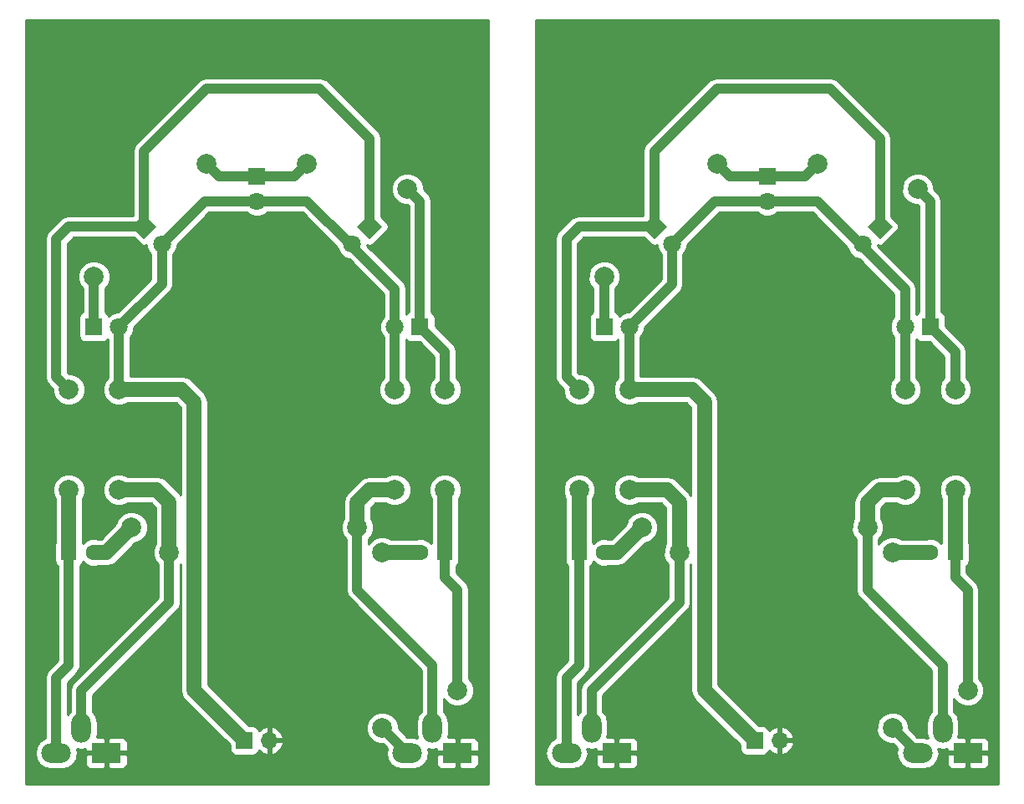
<source format=gtl>
G04 #@! TF.FileFunction,Copper,L1,Top,Signal*
%FSLAX46Y46*%
G04 Gerber Fmt 4.6, Leading zero omitted, Abs format (unit mm)*
G04 Created by KiCad (PCBNEW 4.0.4-stable) date 05/16/17 12:01:04*
%MOMM*%
%LPD*%
G01*
G04 APERTURE LIST*
%ADD10C,0.100000*%
%ADD11C,1.800000*%
%ADD12R,1.800000X1.800000*%
%ADD13O,2.000000X3.000000*%
%ADD14R,3.000000X2.000000*%
%ADD15O,3.000000X2.000000*%
%ADD16C,1.998980*%
%ADD17R,1.600000X1.600000*%
%ADD18C,1.600000*%
%ADD19R,1.700000X1.700000*%
%ADD20O,1.700000X1.700000*%
%ADD21C,2.000000*%
%ADD22C,1.000000*%
%ADD23C,1.500000*%
%ADD24C,0.254000*%
G04 APERTURE END LIST*
D10*
G36*
X-70230772Y33024160D02*
X-68957980Y34296952D01*
X-67685188Y33024160D01*
X-68957980Y31751368D01*
X-70230772Y33024160D01*
X-70230772Y33024160D01*
G37*
D11*
X-67161929Y31228109D03*
D10*
G36*
X-46097980Y34296952D02*
X-44825188Y33024160D01*
X-46097980Y31751368D01*
X-47370772Y33024160D01*
X-46097980Y34296952D01*
X-46097980Y34296952D01*
G37*
D11*
X-47894031Y31228109D03*
D12*
X-74037980Y22864160D03*
D11*
X-71497980Y22864160D03*
D12*
X-57527980Y38104160D03*
D11*
X-57527980Y35564160D03*
D12*
X-41017980Y22864160D03*
D11*
X-43557980Y22864160D03*
D13*
X-75307980Y-17775840D03*
D14*
X-72767980Y-20315840D03*
D15*
X-77847980Y-20315840D03*
D13*
X-39747980Y-17775840D03*
D14*
X-37207980Y-20315840D03*
D15*
X-42287980Y-20315840D03*
D16*
X-76577980Y16514160D03*
X-76577980Y6354160D03*
X-38477980Y16514160D03*
X-38477980Y6354160D03*
X-71497980Y16514160D03*
X-71497980Y6354160D03*
X-43557980Y16514160D03*
X-43557980Y6354160D03*
D17*
X-76577980Y4160D03*
D18*
X-74077980Y4160D03*
D17*
X-38477980Y4160D03*
D18*
X-40977980Y4160D03*
D19*
X-58797980Y-19045840D03*
D20*
X-56257980Y-19045840D03*
D10*
G36*
X-121921432Y33025980D02*
X-120648640Y34298772D01*
X-119375848Y33025980D01*
X-120648640Y31753188D01*
X-121921432Y33025980D01*
X-121921432Y33025980D01*
G37*
D11*
X-118852589Y31229929D03*
D10*
G36*
X-97788640Y34298772D02*
X-96515848Y33025980D01*
X-97788640Y31753188D01*
X-99061432Y33025980D01*
X-97788640Y34298772D01*
X-97788640Y34298772D01*
G37*
D11*
X-99584691Y31229929D03*
D12*
X-125728640Y22865980D03*
D11*
X-123188640Y22865980D03*
D12*
X-109218640Y38105980D03*
D11*
X-109218640Y35565980D03*
D12*
X-92708640Y22865980D03*
D11*
X-95248640Y22865980D03*
D13*
X-126998640Y-17774020D03*
D14*
X-124458640Y-20314020D03*
D15*
X-129538640Y-20314020D03*
D13*
X-91438640Y-17774020D03*
D14*
X-88898640Y-20314020D03*
D15*
X-93978640Y-20314020D03*
D16*
X-128268640Y16515980D03*
X-128268640Y6355980D03*
X-90168640Y16515980D03*
X-90168640Y6355980D03*
X-123188640Y16515980D03*
X-123188640Y6355980D03*
X-95248640Y16515980D03*
X-95248640Y6355980D03*
D17*
X-128268640Y5980D03*
D18*
X-125768640Y5980D03*
D17*
X-90168640Y5980D03*
D18*
X-92668640Y5980D03*
D19*
X-110488640Y-19044020D03*
D20*
X-107948640Y-19044020D03*
D21*
X-42287980Y36834160D03*
X-52447980Y39374160D03*
X-62607980Y39374160D03*
X-74037980Y27944160D03*
X-93978640Y36835980D03*
X-104138640Y39375980D03*
X-114298640Y39375980D03*
X-125728640Y27945980D03*
X-66417980Y4160D03*
X-44827980Y4160D03*
X-118108640Y5980D03*
X-96518640Y5980D03*
X-47367980Y2544160D03*
X-70227980Y2544160D03*
X-99058640Y2545980D03*
X-121918640Y2545980D03*
X-37207980Y-13965840D03*
X-44827980Y-17775840D03*
X-88898640Y-13964020D03*
X-96518640Y-17774020D03*
D22*
X-57527980Y38104160D02*
X-53717980Y38104160D01*
X-41017980Y35564160D02*
X-41017980Y22864160D01*
X-42287980Y36834160D02*
X-41017980Y35564160D01*
X-53717980Y38104160D02*
X-52447980Y39374160D01*
X-74037980Y22864160D02*
X-74037980Y27944160D01*
X-61337980Y38104160D02*
X-57527980Y38104160D01*
X-62607980Y39374160D02*
X-61337980Y38104160D01*
X-41017980Y22864160D02*
X-38477980Y20324160D01*
X-38477980Y20324160D02*
X-38477980Y16514160D01*
X-109218640Y38105980D02*
X-105408640Y38105980D01*
X-92708640Y35565980D02*
X-92708640Y22865980D01*
X-93978640Y36835980D02*
X-92708640Y35565980D01*
X-105408640Y38105980D02*
X-104138640Y39375980D01*
X-125728640Y22865980D02*
X-125728640Y27945980D01*
X-113028640Y38105980D02*
X-109218640Y38105980D01*
X-114298640Y39375980D02*
X-113028640Y38105980D01*
X-92708640Y22865980D02*
X-90168640Y20325980D01*
X-90168640Y20325980D02*
X-90168640Y16515980D01*
X-57527980Y35564160D02*
X-62825878Y35564160D01*
X-62825878Y35564160D02*
X-67161929Y31228109D01*
X-47894031Y31228109D02*
X-48111929Y31228109D01*
X-48111929Y31228109D02*
X-52447980Y35564160D01*
X-52447980Y35564160D02*
X-57527980Y35564160D01*
X-43557980Y16514160D02*
X-43557980Y22864160D01*
X-43557980Y22864160D02*
X-43557980Y26674160D01*
X-43557980Y26674160D02*
X-47894031Y31010211D01*
X-47894031Y31010211D02*
X-47894031Y31228109D01*
X-71497980Y16514160D02*
X-71497980Y22864160D01*
X-71497980Y22864160D02*
X-67161929Y27200211D01*
X-67161929Y27200211D02*
X-67161929Y31228109D01*
D23*
X-71497980Y16514160D02*
X-65147980Y16514160D01*
X-63877980Y-13965840D02*
X-58797980Y-19045840D01*
X-63877980Y15244160D02*
X-63877980Y-13965840D01*
X-65147980Y16514160D02*
X-63877980Y15244160D01*
D22*
X-109218640Y35565980D02*
X-114516538Y35565980D01*
X-114516538Y35565980D02*
X-118852589Y31229929D01*
X-99584691Y31229929D02*
X-99802589Y31229929D01*
X-99802589Y31229929D02*
X-104138640Y35565980D01*
X-104138640Y35565980D02*
X-109218640Y35565980D01*
X-95248640Y16515980D02*
X-95248640Y22865980D01*
X-95248640Y22865980D02*
X-95248640Y26675980D01*
X-95248640Y26675980D02*
X-99584691Y31012031D01*
X-99584691Y31012031D02*
X-99584691Y31229929D01*
X-123188640Y16515980D02*
X-123188640Y22865980D01*
X-123188640Y22865980D02*
X-118852589Y27202031D01*
X-118852589Y27202031D02*
X-118852589Y31229929D01*
D23*
X-123188640Y16515980D02*
X-116838640Y16515980D01*
X-115568640Y-13964020D02*
X-110488640Y-19044020D01*
X-115568640Y15245980D02*
X-115568640Y-13964020D01*
X-116838640Y16515980D02*
X-115568640Y15245980D01*
D22*
X-76577980Y16514160D02*
X-77847980Y17784160D01*
X-76577980Y33024160D02*
X-68957980Y33024160D01*
X-77847980Y31754160D02*
X-76577980Y33024160D01*
X-77847980Y17784160D02*
X-77847980Y31754160D01*
X-68957980Y33024160D02*
X-68957980Y40644160D01*
X-68957980Y40644160D02*
X-62607980Y46994160D01*
X-62607980Y46994160D02*
X-51177980Y46994160D01*
X-51177980Y46994160D02*
X-46097980Y41914160D01*
X-46097980Y41914160D02*
X-46097980Y33024160D01*
X-128268640Y16515980D02*
X-129538640Y17785980D01*
X-128268640Y33025980D02*
X-120648640Y33025980D01*
X-129538640Y31755980D02*
X-128268640Y33025980D01*
X-129538640Y17785980D02*
X-129538640Y31755980D01*
X-120648640Y33025980D02*
X-120648640Y40645980D01*
X-120648640Y40645980D02*
X-114298640Y46995980D01*
X-114298640Y46995980D02*
X-102868640Y46995980D01*
X-102868640Y46995980D02*
X-97788640Y41915980D01*
X-97788640Y41915980D02*
X-97788640Y33025980D01*
X-75307980Y-17775840D02*
X-75307980Y-13965840D01*
X-66417980Y-5075840D02*
X-66417980Y4160D01*
X-75307980Y-13965840D02*
X-66417980Y-5075840D01*
D23*
X-40977980Y4160D02*
X-44827980Y4160D01*
X-71497980Y6354160D02*
X-67687980Y6354160D01*
X-66417980Y5084160D02*
X-66417980Y4160D01*
X-67687980Y6354160D02*
X-66417980Y5084160D01*
D22*
X-126998640Y-17774020D02*
X-126998640Y-13964020D01*
X-118108640Y-5074020D02*
X-118108640Y5980D01*
X-126998640Y-13964020D02*
X-118108640Y-5074020D01*
D23*
X-92668640Y5980D02*
X-96518640Y5980D01*
X-123188640Y6355980D02*
X-119378640Y6355980D01*
X-118108640Y5085980D02*
X-118108640Y5980D01*
X-119378640Y6355980D02*
X-118108640Y5085980D01*
D22*
X-76577980Y4160D02*
X-76577980Y-11425840D01*
X-77847980Y-12695840D02*
X-77847980Y-20315840D01*
X-76577980Y-11425840D02*
X-77847980Y-12695840D01*
D23*
X-76577980Y4160D02*
X-76577980Y6354160D01*
D22*
X-128268640Y5980D02*
X-128268640Y-11424020D01*
X-129538640Y-12694020D02*
X-129538640Y-20314020D01*
X-128268640Y-11424020D02*
X-129538640Y-12694020D01*
D23*
X-128268640Y5980D02*
X-128268640Y6355980D01*
D22*
X-39747980Y-17775840D02*
X-39747980Y-11425840D01*
X-47367980Y-3805840D02*
X-47367980Y2544160D01*
X-39747980Y-11425840D02*
X-47367980Y-3805840D01*
D23*
X-74077980Y4160D02*
X-72767980Y4160D01*
X-72767980Y4160D02*
X-70227980Y2544160D01*
X-43557980Y6354160D02*
X-46097980Y6354160D01*
X-47367980Y5084160D02*
X-47367980Y2544160D01*
X-46097980Y6354160D02*
X-47367980Y5084160D01*
D22*
X-91438640Y-17774020D02*
X-91438640Y-11424020D01*
X-99058640Y-3804020D02*
X-99058640Y2545980D01*
X-91438640Y-11424020D02*
X-99058640Y-3804020D01*
D23*
X-125768640Y5980D02*
X-124458640Y5980D01*
X-124458640Y5980D02*
X-121918640Y2545980D01*
X-95248640Y6355980D02*
X-97788640Y6355980D01*
X-99058640Y5085980D02*
X-99058640Y2545980D01*
X-97788640Y6355980D02*
X-99058640Y5085980D01*
D22*
X-42287980Y-20315840D02*
X-44827980Y-17775840D01*
X-38477980Y-2535840D02*
X-38477980Y4160D01*
X-37207980Y-3805840D02*
X-38477980Y-2535840D01*
X-37207980Y-13965840D02*
X-37207980Y-3805840D01*
D23*
X-38477980Y4160D02*
X-38477980Y6354160D01*
D22*
X-93978640Y-20314020D02*
X-96518640Y-17774020D01*
X-90168640Y-2534020D02*
X-90168640Y5980D01*
X-88898640Y-3804020D02*
X-90168640Y-2534020D01*
X-88898640Y-13964020D02*
X-88898640Y-3804020D01*
D23*
X-90168640Y5980D02*
X-90168640Y6355980D01*
D24*
G36*
X-34107980Y-23415840D02*
X-80947980Y-23415840D01*
X-80947980Y-20315840D01*
X-80024807Y-20315840D01*
X-79900350Y-20941527D01*
X-79545927Y-21471960D01*
X-79015494Y-21826383D01*
X-78389807Y-21950840D01*
X-77306153Y-21950840D01*
X-76680466Y-21826383D01*
X-76150033Y-21471960D01*
X-75795610Y-20941527D01*
X-75727993Y-20601590D01*
X-74902980Y-20601590D01*
X-74902980Y-21442149D01*
X-74806307Y-21675538D01*
X-74627679Y-21854167D01*
X-74394290Y-21950840D01*
X-73053730Y-21950840D01*
X-72894980Y-21792090D01*
X-72894980Y-20442840D01*
X-72640980Y-20442840D01*
X-72640980Y-21792090D01*
X-72482230Y-21950840D01*
X-71141670Y-21950840D01*
X-70908281Y-21854167D01*
X-70729653Y-21675538D01*
X-70632980Y-21442149D01*
X-70632980Y-20601590D01*
X-70791730Y-20442840D01*
X-72640980Y-20442840D01*
X-72894980Y-20442840D01*
X-74744230Y-20442840D01*
X-74902980Y-20601590D01*
X-75727993Y-20601590D01*
X-75671153Y-20315840D01*
X-75761330Y-19862490D01*
X-75307980Y-19952667D01*
X-74902980Y-19872107D01*
X-74902980Y-20030090D01*
X-74744230Y-20188840D01*
X-72894980Y-20188840D01*
X-72894980Y-18839590D01*
X-72640980Y-18839590D01*
X-72640980Y-20188840D01*
X-70791730Y-20188840D01*
X-70632980Y-20030090D01*
X-70632980Y-19189531D01*
X-70729653Y-18956142D01*
X-70908281Y-18777513D01*
X-71141670Y-18680840D01*
X-72482230Y-18680840D01*
X-72640980Y-18839590D01*
X-72894980Y-18839590D01*
X-73053730Y-18680840D01*
X-73745220Y-18680840D01*
X-73672980Y-18317667D01*
X-73672980Y-17234013D01*
X-73797437Y-16608326D01*
X-74151860Y-16077893D01*
X-74172980Y-16063781D01*
X-74172980Y-14435972D01*
X-65615413Y-5878406D01*
X-65369376Y-5510185D01*
X-65282980Y-5075840D01*
X-65282980Y-1173044D01*
X-65262980Y-1153079D01*
X-65262980Y-13965840D01*
X-65157553Y-14495857D01*
X-64893672Y-14890783D01*
X-64857323Y-14945183D01*
X-60295420Y-19507086D01*
X-60295420Y-19895840D01*
X-60251142Y-20131157D01*
X-60112070Y-20347281D01*
X-59899870Y-20492271D01*
X-59647980Y-20543280D01*
X-57947980Y-20543280D01*
X-57712663Y-20499002D01*
X-57496539Y-20359930D01*
X-57351549Y-20147730D01*
X-57329679Y-20039733D01*
X-57024904Y-20317485D01*
X-56614870Y-20487316D01*
X-56384980Y-20365995D01*
X-56384980Y-19172840D01*
X-56130980Y-19172840D01*
X-56130980Y-20365995D01*
X-55901090Y-20487316D01*
X-55491056Y-20317485D01*
X-55062797Y-19927198D01*
X-54816494Y-19402732D01*
X-54937161Y-19172840D01*
X-56130980Y-19172840D01*
X-56384980Y-19172840D01*
X-56404980Y-19172840D01*
X-56404980Y-18918840D01*
X-56384980Y-18918840D01*
X-56384980Y-17725685D01*
X-56130980Y-17725685D01*
X-56130980Y-18918840D01*
X-54937161Y-18918840D01*
X-54816494Y-18688948D01*
X-55062797Y-18164482D01*
X-55491056Y-17774195D01*
X-55901090Y-17604364D01*
X-56130980Y-17725685D01*
X-56384980Y-17725685D01*
X-56614870Y-17604364D01*
X-57024904Y-17774195D01*
X-57327917Y-18050341D01*
X-57344818Y-17960523D01*
X-57483890Y-17744399D01*
X-57696090Y-17599409D01*
X-57947980Y-17548400D01*
X-58336734Y-17548400D01*
X-62492980Y-13392154D01*
X-62492980Y2220365D01*
X-49003264Y2220365D01*
X-48754874Y1619217D01*
X-48502980Y1366882D01*
X-48502980Y-3805840D01*
X-48416583Y-4240186D01*
X-48170546Y-4608406D01*
X-40882980Y-11895972D01*
X-40882980Y-16063781D01*
X-40904100Y-16077893D01*
X-41258523Y-16608326D01*
X-41382980Y-17234013D01*
X-41382980Y-18317667D01*
X-41292803Y-18771017D01*
X-41746153Y-18680840D01*
X-42317847Y-18680840D01*
X-43193005Y-17805683D01*
X-43192696Y-17452045D01*
X-43441086Y-16850897D01*
X-43900617Y-16390562D01*
X-44501332Y-16141124D01*
X-45151775Y-16140556D01*
X-45752923Y-16388946D01*
X-46213258Y-16848477D01*
X-46462696Y-17449192D01*
X-46463264Y-18099635D01*
X-46214874Y-18700783D01*
X-45755343Y-19161118D01*
X-45154628Y-19410556D01*
X-44798085Y-19410867D01*
X-44369957Y-19838996D01*
X-44464807Y-20315840D01*
X-44340350Y-20941527D01*
X-43985927Y-21471960D01*
X-43455494Y-21826383D01*
X-42829807Y-21950840D01*
X-41746153Y-21950840D01*
X-41120466Y-21826383D01*
X-40590033Y-21471960D01*
X-40235610Y-20941527D01*
X-40167993Y-20601590D01*
X-39342980Y-20601590D01*
X-39342980Y-21442149D01*
X-39246307Y-21675538D01*
X-39067679Y-21854167D01*
X-38834290Y-21950840D01*
X-37493730Y-21950840D01*
X-37334980Y-21792090D01*
X-37334980Y-20442840D01*
X-37080980Y-20442840D01*
X-37080980Y-21792090D01*
X-36922230Y-21950840D01*
X-35581670Y-21950840D01*
X-35348281Y-21854167D01*
X-35169653Y-21675538D01*
X-35072980Y-21442149D01*
X-35072980Y-20601590D01*
X-35231730Y-20442840D01*
X-37080980Y-20442840D01*
X-37334980Y-20442840D01*
X-39184230Y-20442840D01*
X-39342980Y-20601590D01*
X-40167993Y-20601590D01*
X-40111153Y-20315840D01*
X-40201330Y-19862490D01*
X-39747980Y-19952667D01*
X-39342980Y-19872107D01*
X-39342980Y-20030090D01*
X-39184230Y-20188840D01*
X-37334980Y-20188840D01*
X-37334980Y-18839590D01*
X-37080980Y-18839590D01*
X-37080980Y-20188840D01*
X-35231730Y-20188840D01*
X-35072980Y-20030090D01*
X-35072980Y-19189531D01*
X-35169653Y-18956142D01*
X-35348281Y-18777513D01*
X-35581670Y-18680840D01*
X-36922230Y-18680840D01*
X-37080980Y-18839590D01*
X-37334980Y-18839590D01*
X-37493730Y-18680840D01*
X-38185220Y-18680840D01*
X-38112980Y-18317667D01*
X-38112980Y-17234013D01*
X-38237437Y-16608326D01*
X-38591860Y-16077893D01*
X-38612980Y-16063781D01*
X-38612980Y-14846963D01*
X-38594874Y-14890783D01*
X-38135343Y-15351118D01*
X-37534628Y-15600556D01*
X-36884185Y-15601124D01*
X-36283037Y-15352734D01*
X-35822702Y-14893203D01*
X-35573264Y-14292488D01*
X-35572696Y-13642045D01*
X-35821086Y-13040897D01*
X-36072980Y-12788562D01*
X-36072980Y-3805840D01*
X-36159377Y-3371494D01*
X-36405414Y-3003274D01*
X-37342980Y-2065708D01*
X-37342980Y-1334858D01*
X-37226539Y-1259930D01*
X-37081549Y-1047730D01*
X-37030540Y-795840D01*
X-37030540Y804160D01*
X-37074818Y1039477D01*
X-37092980Y1067702D01*
X-37092980Y5427458D01*
X-36843774Y6027613D01*
X-36843206Y6677854D01*
X-37091518Y7278815D01*
X-37550907Y7739006D01*
X-38151433Y7988366D01*
X-38801674Y7988934D01*
X-39402635Y7740622D01*
X-39862826Y7281233D01*
X-40112186Y6680707D01*
X-40112754Y6030466D01*
X-39864442Y5429505D01*
X-39862980Y5428040D01*
X-39862980Y1072780D01*
X-39874411Y1056050D01*
X-39895660Y951119D01*
X-40164057Y1219984D01*
X-40691289Y1438910D01*
X-41262167Y1439408D01*
X-41383777Y1389160D01*
X-43900339Y1389160D01*
X-43900617Y1389438D01*
X-44501332Y1638876D01*
X-45151775Y1639444D01*
X-45752923Y1391054D01*
X-46213258Y931523D01*
X-46232980Y884027D01*
X-46232980Y1366956D01*
X-45982702Y1616797D01*
X-45733264Y2217512D01*
X-45732696Y2867955D01*
X-45981086Y3469103D01*
X-45982980Y3471000D01*
X-45982980Y4510474D01*
X-45524294Y4969160D01*
X-44484682Y4969160D01*
X-43884527Y4719954D01*
X-43234286Y4719386D01*
X-42633325Y4967698D01*
X-42173134Y5427087D01*
X-41923774Y6027613D01*
X-41923206Y6677854D01*
X-42171518Y7278815D01*
X-42630907Y7739006D01*
X-43231433Y7988366D01*
X-43881674Y7988934D01*
X-44482635Y7740622D01*
X-44484100Y7739160D01*
X-46097980Y7739160D01*
X-46627997Y7633733D01*
X-47077323Y7333503D01*
X-48347323Y6063503D01*
X-48647553Y5614177D01*
X-48752980Y5084160D01*
X-48752980Y3471801D01*
X-48753258Y3471523D01*
X-49002696Y2870808D01*
X-49003264Y2220365D01*
X-62492980Y2220365D01*
X-62492980Y15244160D01*
X-62598407Y15774177D01*
X-62898637Y16223503D01*
X-64168637Y17493503D01*
X-64617963Y17793733D01*
X-65147980Y17899160D01*
X-70362980Y17899160D01*
X-70362980Y21828255D01*
X-70197429Y21993517D01*
X-69963247Y22557490D01*
X-69963041Y22793967D01*
X-66359363Y26397645D01*
X-66251628Y26558882D01*
X-66113326Y26765865D01*
X-66026929Y27200211D01*
X-66026929Y30192204D01*
X-65861378Y30357466D01*
X-65627196Y30921439D01*
X-65626990Y31157916D01*
X-62355746Y34429160D01*
X-58563885Y34429160D01*
X-58398623Y34263609D01*
X-57834650Y34029427D01*
X-57223989Y34028895D01*
X-56659609Y34262092D01*
X-56492249Y34429160D01*
X-52918112Y34429160D01*
X-49429282Y30940330D01*
X-49429296Y30924118D01*
X-49196099Y30359738D01*
X-48764674Y29927558D01*
X-48200701Y29693376D01*
X-48182312Y29693360D01*
X-44692980Y26204028D01*
X-44692980Y23900065D01*
X-44858531Y23734803D01*
X-45092713Y23170830D01*
X-45093245Y22560169D01*
X-44860048Y21995789D01*
X-44692980Y21828429D01*
X-44692980Y17690644D01*
X-44942826Y17441233D01*
X-45192186Y16840707D01*
X-45192754Y16190466D01*
X-44944442Y15589505D01*
X-44485053Y15129314D01*
X-43884527Y14879954D01*
X-43234286Y14879386D01*
X-42633325Y15127698D01*
X-42173134Y15587087D01*
X-41923774Y16187613D01*
X-41923206Y16837854D01*
X-42171518Y17438815D01*
X-42422980Y17690716D01*
X-42422980Y21576295D01*
X-42382070Y21512719D01*
X-42169870Y21367729D01*
X-41917980Y21316720D01*
X-41075672Y21316720D01*
X-39612980Y19854027D01*
X-39612980Y17690644D01*
X-39862826Y17441233D01*
X-40112186Y16840707D01*
X-40112754Y16190466D01*
X-39864442Y15589505D01*
X-39405053Y15129314D01*
X-38804527Y14879954D01*
X-38154286Y14879386D01*
X-37553325Y15127698D01*
X-37093134Y15587087D01*
X-36843774Y16187613D01*
X-36843206Y16837854D01*
X-37091518Y17438815D01*
X-37342980Y17690716D01*
X-37342980Y20324160D01*
X-37429377Y20758506D01*
X-37675414Y21126727D01*
X-39470540Y22921852D01*
X-39470540Y23764160D01*
X-39514818Y23999477D01*
X-39653890Y24215601D01*
X-39866090Y24360591D01*
X-39882980Y24364011D01*
X-39882980Y35564160D01*
X-39969377Y35998506D01*
X-40215414Y36366726D01*
X-40653005Y36804317D01*
X-40652696Y37157955D01*
X-40901086Y37759103D01*
X-41360617Y38219438D01*
X-41961332Y38468876D01*
X-42611775Y38469444D01*
X-43212923Y38221054D01*
X-43673258Y37761523D01*
X-43922696Y37160808D01*
X-43923264Y36510365D01*
X-43674874Y35909217D01*
X-43215343Y35448882D01*
X-42614628Y35199444D01*
X-42258085Y35199133D01*
X-42152980Y35094028D01*
X-42152980Y24367382D01*
X-42153297Y24367322D01*
X-42369421Y24228250D01*
X-42422980Y24149864D01*
X-42422980Y26674160D01*
X-42509377Y27108506D01*
X-42755414Y27476726D01*
X-46359159Y31080471D01*
X-46359091Y31159161D01*
X-46358086Y31158474D01*
X-46106924Y31103990D01*
X-45854353Y31151514D01*
X-45640171Y31293559D01*
X-44367379Y32566351D01*
X-44232294Y32764054D01*
X-44177810Y33015216D01*
X-44225334Y33267787D01*
X-44367379Y33481969D01*
X-44962980Y34077570D01*
X-44962980Y41914160D01*
X-45049377Y42348506D01*
X-45295414Y42716726D01*
X-50375414Y47796726D01*
X-50743634Y48042763D01*
X-51177980Y48129160D01*
X-62607980Y48129160D01*
X-63042326Y48042763D01*
X-63410546Y47796726D01*
X-69760546Y41446726D01*
X-70006583Y41078506D01*
X-70092980Y40644160D01*
X-70092980Y34159160D01*
X-76577980Y34159160D01*
X-77012326Y34072763D01*
X-77380546Y33826726D01*
X-78650546Y32556726D01*
X-78896583Y32188506D01*
X-78982980Y31754160D01*
X-78982980Y17784160D01*
X-78896583Y17349814D01*
X-78874474Y17316726D01*
X-78650546Y16981594D01*
X-78212446Y16543494D01*
X-78212754Y16190466D01*
X-77964442Y15589505D01*
X-77505053Y15129314D01*
X-76904527Y14879954D01*
X-76254286Y14879386D01*
X-75653325Y15127698D01*
X-75193134Y15587087D01*
X-74943774Y16187613D01*
X-74943206Y16837854D01*
X-75191518Y17438815D01*
X-75650907Y17899006D01*
X-76251433Y18148366D01*
X-76607365Y18148677D01*
X-76712980Y18254292D01*
X-76712980Y31284028D01*
X-76107848Y31889160D01*
X-70011390Y31889160D01*
X-69415789Y31293559D01*
X-69218086Y31158474D01*
X-68966924Y31103990D01*
X-68714353Y31151514D01*
X-68696986Y31163032D01*
X-68697194Y30924118D01*
X-68463997Y30359738D01*
X-68296929Y30192378D01*
X-68296929Y27670343D01*
X-71568051Y24399221D01*
X-71801971Y24399425D01*
X-72366351Y24166228D01*
X-72534593Y23998280D01*
X-72534818Y23999477D01*
X-72673890Y24215601D01*
X-72886090Y24360591D01*
X-72902980Y24364011D01*
X-72902980Y26766956D01*
X-72652702Y27016797D01*
X-72403264Y27617512D01*
X-72402696Y28267955D01*
X-72651086Y28869103D01*
X-73110617Y29329438D01*
X-73711332Y29578876D01*
X-74361775Y29579444D01*
X-74962923Y29331054D01*
X-75423258Y28871523D01*
X-75672696Y28270808D01*
X-75673264Y27620365D01*
X-75424874Y27019217D01*
X-75172980Y26766882D01*
X-75172980Y24367382D01*
X-75173297Y24367322D01*
X-75389421Y24228250D01*
X-75534411Y24016050D01*
X-75585420Y23764160D01*
X-75585420Y21964160D01*
X-75541142Y21728843D01*
X-75402070Y21512719D01*
X-75189870Y21367729D01*
X-74937980Y21316720D01*
X-73137980Y21316720D01*
X-72902663Y21360998D01*
X-72686539Y21500070D01*
X-72632980Y21578456D01*
X-72632980Y17690644D01*
X-72882826Y17441233D01*
X-73132186Y16840707D01*
X-73132754Y16190466D01*
X-72884442Y15589505D01*
X-72425053Y15129314D01*
X-71824527Y14879954D01*
X-71174286Y14879386D01*
X-70573325Y15127698D01*
X-70571860Y15129160D01*
X-65721666Y15129160D01*
X-65262980Y14670474D01*
X-65262980Y5800614D01*
X-65438637Y6063503D01*
X-66708637Y7333503D01*
X-67157963Y7633733D01*
X-67687980Y7739160D01*
X-70571278Y7739160D01*
X-71171433Y7988366D01*
X-71821674Y7988934D01*
X-72422635Y7740622D01*
X-72882826Y7281233D01*
X-73132186Y6680707D01*
X-73132754Y6030466D01*
X-72884442Y5429505D01*
X-72425053Y4969314D01*
X-71824527Y4719954D01*
X-71174286Y4719386D01*
X-70573325Y4967698D01*
X-70571860Y4969160D01*
X-68261666Y4969160D01*
X-67802980Y4510474D01*
X-67802980Y931801D01*
X-67803258Y931523D01*
X-68052696Y330808D01*
X-68053264Y-319635D01*
X-67804874Y-920783D01*
X-67552980Y-1173118D01*
X-67552980Y-4605707D01*
X-76110546Y-13163274D01*
X-76356583Y-13531494D01*
X-76442980Y-13965840D01*
X-76442980Y-16063781D01*
X-76464100Y-16077893D01*
X-76712980Y-16450369D01*
X-76712980Y-13165972D01*
X-75775414Y-12228406D01*
X-75551486Y-11893274D01*
X-75529377Y-11860186D01*
X-75442980Y-11425840D01*
X-75442980Y-1334858D01*
X-75326539Y-1259930D01*
X-75181549Y-1047730D01*
X-75160300Y-942799D01*
X-74891903Y-1211664D01*
X-74364671Y-1430590D01*
X-73793793Y-1431088D01*
X-73672183Y-1380840D01*
X-72767980Y-1380840D01*
X-72237963Y-1275413D01*
X-71788637Y-975183D01*
X-69904578Y908876D01*
X-69904185Y908876D01*
X-69303037Y1157266D01*
X-68842702Y1616797D01*
X-68593264Y2217512D01*
X-68592696Y2867955D01*
X-68841086Y3469103D01*
X-69300617Y3929438D01*
X-69901332Y4178876D01*
X-70551775Y4179444D01*
X-71152923Y3931054D01*
X-71613258Y3471523D01*
X-71862696Y2870808D01*
X-71862698Y2868128D01*
X-73341666Y1389160D01*
X-73671478Y1389160D01*
X-73791289Y1438910D01*
X-74362167Y1439408D01*
X-74889780Y1221403D01*
X-75158563Y953088D01*
X-75174818Y1039477D01*
X-75192980Y1067702D01*
X-75192980Y5427458D01*
X-74943774Y6027613D01*
X-74943206Y6677854D01*
X-75191518Y7278815D01*
X-75650907Y7739006D01*
X-76251433Y7988366D01*
X-76901674Y7988934D01*
X-77502635Y7740622D01*
X-77962826Y7281233D01*
X-78212186Y6680707D01*
X-78212754Y6030466D01*
X-77964442Y5429505D01*
X-77962980Y5428040D01*
X-77962980Y1072780D01*
X-77974411Y1056050D01*
X-78025420Y804160D01*
X-78025420Y-795840D01*
X-77981142Y-1031157D01*
X-77842070Y-1247281D01*
X-77712980Y-1335484D01*
X-77712980Y-10955708D01*
X-78650546Y-11893274D01*
X-78896583Y-12261494D01*
X-78982980Y-12695840D01*
X-78982980Y-18798830D01*
X-79015494Y-18805297D01*
X-79545927Y-19159720D01*
X-79900350Y-19690153D01*
X-80024807Y-20315840D01*
X-80947980Y-20315840D01*
X-80947980Y53904160D01*
X-34107980Y53904160D01*
X-34107980Y-23415840D01*
X-34107980Y-23415840D01*
G37*
X-34107980Y-23415840D02*
X-80947980Y-23415840D01*
X-80947980Y-20315840D01*
X-80024807Y-20315840D01*
X-79900350Y-20941527D01*
X-79545927Y-21471960D01*
X-79015494Y-21826383D01*
X-78389807Y-21950840D01*
X-77306153Y-21950840D01*
X-76680466Y-21826383D01*
X-76150033Y-21471960D01*
X-75795610Y-20941527D01*
X-75727993Y-20601590D01*
X-74902980Y-20601590D01*
X-74902980Y-21442149D01*
X-74806307Y-21675538D01*
X-74627679Y-21854167D01*
X-74394290Y-21950840D01*
X-73053730Y-21950840D01*
X-72894980Y-21792090D01*
X-72894980Y-20442840D01*
X-72640980Y-20442840D01*
X-72640980Y-21792090D01*
X-72482230Y-21950840D01*
X-71141670Y-21950840D01*
X-70908281Y-21854167D01*
X-70729653Y-21675538D01*
X-70632980Y-21442149D01*
X-70632980Y-20601590D01*
X-70791730Y-20442840D01*
X-72640980Y-20442840D01*
X-72894980Y-20442840D01*
X-74744230Y-20442840D01*
X-74902980Y-20601590D01*
X-75727993Y-20601590D01*
X-75671153Y-20315840D01*
X-75761330Y-19862490D01*
X-75307980Y-19952667D01*
X-74902980Y-19872107D01*
X-74902980Y-20030090D01*
X-74744230Y-20188840D01*
X-72894980Y-20188840D01*
X-72894980Y-18839590D01*
X-72640980Y-18839590D01*
X-72640980Y-20188840D01*
X-70791730Y-20188840D01*
X-70632980Y-20030090D01*
X-70632980Y-19189531D01*
X-70729653Y-18956142D01*
X-70908281Y-18777513D01*
X-71141670Y-18680840D01*
X-72482230Y-18680840D01*
X-72640980Y-18839590D01*
X-72894980Y-18839590D01*
X-73053730Y-18680840D01*
X-73745220Y-18680840D01*
X-73672980Y-18317667D01*
X-73672980Y-17234013D01*
X-73797437Y-16608326D01*
X-74151860Y-16077893D01*
X-74172980Y-16063781D01*
X-74172980Y-14435972D01*
X-65615413Y-5878406D01*
X-65369376Y-5510185D01*
X-65282980Y-5075840D01*
X-65282980Y-1173044D01*
X-65262980Y-1153079D01*
X-65262980Y-13965840D01*
X-65157553Y-14495857D01*
X-64893672Y-14890783D01*
X-64857323Y-14945183D01*
X-60295420Y-19507086D01*
X-60295420Y-19895840D01*
X-60251142Y-20131157D01*
X-60112070Y-20347281D01*
X-59899870Y-20492271D01*
X-59647980Y-20543280D01*
X-57947980Y-20543280D01*
X-57712663Y-20499002D01*
X-57496539Y-20359930D01*
X-57351549Y-20147730D01*
X-57329679Y-20039733D01*
X-57024904Y-20317485D01*
X-56614870Y-20487316D01*
X-56384980Y-20365995D01*
X-56384980Y-19172840D01*
X-56130980Y-19172840D01*
X-56130980Y-20365995D01*
X-55901090Y-20487316D01*
X-55491056Y-20317485D01*
X-55062797Y-19927198D01*
X-54816494Y-19402732D01*
X-54937161Y-19172840D01*
X-56130980Y-19172840D01*
X-56384980Y-19172840D01*
X-56404980Y-19172840D01*
X-56404980Y-18918840D01*
X-56384980Y-18918840D01*
X-56384980Y-17725685D01*
X-56130980Y-17725685D01*
X-56130980Y-18918840D01*
X-54937161Y-18918840D01*
X-54816494Y-18688948D01*
X-55062797Y-18164482D01*
X-55491056Y-17774195D01*
X-55901090Y-17604364D01*
X-56130980Y-17725685D01*
X-56384980Y-17725685D01*
X-56614870Y-17604364D01*
X-57024904Y-17774195D01*
X-57327917Y-18050341D01*
X-57344818Y-17960523D01*
X-57483890Y-17744399D01*
X-57696090Y-17599409D01*
X-57947980Y-17548400D01*
X-58336734Y-17548400D01*
X-62492980Y-13392154D01*
X-62492980Y2220365D01*
X-49003264Y2220365D01*
X-48754874Y1619217D01*
X-48502980Y1366882D01*
X-48502980Y-3805840D01*
X-48416583Y-4240186D01*
X-48170546Y-4608406D01*
X-40882980Y-11895972D01*
X-40882980Y-16063781D01*
X-40904100Y-16077893D01*
X-41258523Y-16608326D01*
X-41382980Y-17234013D01*
X-41382980Y-18317667D01*
X-41292803Y-18771017D01*
X-41746153Y-18680840D01*
X-42317847Y-18680840D01*
X-43193005Y-17805683D01*
X-43192696Y-17452045D01*
X-43441086Y-16850897D01*
X-43900617Y-16390562D01*
X-44501332Y-16141124D01*
X-45151775Y-16140556D01*
X-45752923Y-16388946D01*
X-46213258Y-16848477D01*
X-46462696Y-17449192D01*
X-46463264Y-18099635D01*
X-46214874Y-18700783D01*
X-45755343Y-19161118D01*
X-45154628Y-19410556D01*
X-44798085Y-19410867D01*
X-44369957Y-19838996D01*
X-44464807Y-20315840D01*
X-44340350Y-20941527D01*
X-43985927Y-21471960D01*
X-43455494Y-21826383D01*
X-42829807Y-21950840D01*
X-41746153Y-21950840D01*
X-41120466Y-21826383D01*
X-40590033Y-21471960D01*
X-40235610Y-20941527D01*
X-40167993Y-20601590D01*
X-39342980Y-20601590D01*
X-39342980Y-21442149D01*
X-39246307Y-21675538D01*
X-39067679Y-21854167D01*
X-38834290Y-21950840D01*
X-37493730Y-21950840D01*
X-37334980Y-21792090D01*
X-37334980Y-20442840D01*
X-37080980Y-20442840D01*
X-37080980Y-21792090D01*
X-36922230Y-21950840D01*
X-35581670Y-21950840D01*
X-35348281Y-21854167D01*
X-35169653Y-21675538D01*
X-35072980Y-21442149D01*
X-35072980Y-20601590D01*
X-35231730Y-20442840D01*
X-37080980Y-20442840D01*
X-37334980Y-20442840D01*
X-39184230Y-20442840D01*
X-39342980Y-20601590D01*
X-40167993Y-20601590D01*
X-40111153Y-20315840D01*
X-40201330Y-19862490D01*
X-39747980Y-19952667D01*
X-39342980Y-19872107D01*
X-39342980Y-20030090D01*
X-39184230Y-20188840D01*
X-37334980Y-20188840D01*
X-37334980Y-18839590D01*
X-37080980Y-18839590D01*
X-37080980Y-20188840D01*
X-35231730Y-20188840D01*
X-35072980Y-20030090D01*
X-35072980Y-19189531D01*
X-35169653Y-18956142D01*
X-35348281Y-18777513D01*
X-35581670Y-18680840D01*
X-36922230Y-18680840D01*
X-37080980Y-18839590D01*
X-37334980Y-18839590D01*
X-37493730Y-18680840D01*
X-38185220Y-18680840D01*
X-38112980Y-18317667D01*
X-38112980Y-17234013D01*
X-38237437Y-16608326D01*
X-38591860Y-16077893D01*
X-38612980Y-16063781D01*
X-38612980Y-14846963D01*
X-38594874Y-14890783D01*
X-38135343Y-15351118D01*
X-37534628Y-15600556D01*
X-36884185Y-15601124D01*
X-36283037Y-15352734D01*
X-35822702Y-14893203D01*
X-35573264Y-14292488D01*
X-35572696Y-13642045D01*
X-35821086Y-13040897D01*
X-36072980Y-12788562D01*
X-36072980Y-3805840D01*
X-36159377Y-3371494D01*
X-36405414Y-3003274D01*
X-37342980Y-2065708D01*
X-37342980Y-1334858D01*
X-37226539Y-1259930D01*
X-37081549Y-1047730D01*
X-37030540Y-795840D01*
X-37030540Y804160D01*
X-37074818Y1039477D01*
X-37092980Y1067702D01*
X-37092980Y5427458D01*
X-36843774Y6027613D01*
X-36843206Y6677854D01*
X-37091518Y7278815D01*
X-37550907Y7739006D01*
X-38151433Y7988366D01*
X-38801674Y7988934D01*
X-39402635Y7740622D01*
X-39862826Y7281233D01*
X-40112186Y6680707D01*
X-40112754Y6030466D01*
X-39864442Y5429505D01*
X-39862980Y5428040D01*
X-39862980Y1072780D01*
X-39874411Y1056050D01*
X-39895660Y951119D01*
X-40164057Y1219984D01*
X-40691289Y1438910D01*
X-41262167Y1439408D01*
X-41383777Y1389160D01*
X-43900339Y1389160D01*
X-43900617Y1389438D01*
X-44501332Y1638876D01*
X-45151775Y1639444D01*
X-45752923Y1391054D01*
X-46213258Y931523D01*
X-46232980Y884027D01*
X-46232980Y1366956D01*
X-45982702Y1616797D01*
X-45733264Y2217512D01*
X-45732696Y2867955D01*
X-45981086Y3469103D01*
X-45982980Y3471000D01*
X-45982980Y4510474D01*
X-45524294Y4969160D01*
X-44484682Y4969160D01*
X-43884527Y4719954D01*
X-43234286Y4719386D01*
X-42633325Y4967698D01*
X-42173134Y5427087D01*
X-41923774Y6027613D01*
X-41923206Y6677854D01*
X-42171518Y7278815D01*
X-42630907Y7739006D01*
X-43231433Y7988366D01*
X-43881674Y7988934D01*
X-44482635Y7740622D01*
X-44484100Y7739160D01*
X-46097980Y7739160D01*
X-46627997Y7633733D01*
X-47077323Y7333503D01*
X-48347323Y6063503D01*
X-48647553Y5614177D01*
X-48752980Y5084160D01*
X-48752980Y3471801D01*
X-48753258Y3471523D01*
X-49002696Y2870808D01*
X-49003264Y2220365D01*
X-62492980Y2220365D01*
X-62492980Y15244160D01*
X-62598407Y15774177D01*
X-62898637Y16223503D01*
X-64168637Y17493503D01*
X-64617963Y17793733D01*
X-65147980Y17899160D01*
X-70362980Y17899160D01*
X-70362980Y21828255D01*
X-70197429Y21993517D01*
X-69963247Y22557490D01*
X-69963041Y22793967D01*
X-66359363Y26397645D01*
X-66251628Y26558882D01*
X-66113326Y26765865D01*
X-66026929Y27200211D01*
X-66026929Y30192204D01*
X-65861378Y30357466D01*
X-65627196Y30921439D01*
X-65626990Y31157916D01*
X-62355746Y34429160D01*
X-58563885Y34429160D01*
X-58398623Y34263609D01*
X-57834650Y34029427D01*
X-57223989Y34028895D01*
X-56659609Y34262092D01*
X-56492249Y34429160D01*
X-52918112Y34429160D01*
X-49429282Y30940330D01*
X-49429296Y30924118D01*
X-49196099Y30359738D01*
X-48764674Y29927558D01*
X-48200701Y29693376D01*
X-48182312Y29693360D01*
X-44692980Y26204028D01*
X-44692980Y23900065D01*
X-44858531Y23734803D01*
X-45092713Y23170830D01*
X-45093245Y22560169D01*
X-44860048Y21995789D01*
X-44692980Y21828429D01*
X-44692980Y17690644D01*
X-44942826Y17441233D01*
X-45192186Y16840707D01*
X-45192754Y16190466D01*
X-44944442Y15589505D01*
X-44485053Y15129314D01*
X-43884527Y14879954D01*
X-43234286Y14879386D01*
X-42633325Y15127698D01*
X-42173134Y15587087D01*
X-41923774Y16187613D01*
X-41923206Y16837854D01*
X-42171518Y17438815D01*
X-42422980Y17690716D01*
X-42422980Y21576295D01*
X-42382070Y21512719D01*
X-42169870Y21367729D01*
X-41917980Y21316720D01*
X-41075672Y21316720D01*
X-39612980Y19854027D01*
X-39612980Y17690644D01*
X-39862826Y17441233D01*
X-40112186Y16840707D01*
X-40112754Y16190466D01*
X-39864442Y15589505D01*
X-39405053Y15129314D01*
X-38804527Y14879954D01*
X-38154286Y14879386D01*
X-37553325Y15127698D01*
X-37093134Y15587087D01*
X-36843774Y16187613D01*
X-36843206Y16837854D01*
X-37091518Y17438815D01*
X-37342980Y17690716D01*
X-37342980Y20324160D01*
X-37429377Y20758506D01*
X-37675414Y21126727D01*
X-39470540Y22921852D01*
X-39470540Y23764160D01*
X-39514818Y23999477D01*
X-39653890Y24215601D01*
X-39866090Y24360591D01*
X-39882980Y24364011D01*
X-39882980Y35564160D01*
X-39969377Y35998506D01*
X-40215414Y36366726D01*
X-40653005Y36804317D01*
X-40652696Y37157955D01*
X-40901086Y37759103D01*
X-41360617Y38219438D01*
X-41961332Y38468876D01*
X-42611775Y38469444D01*
X-43212923Y38221054D01*
X-43673258Y37761523D01*
X-43922696Y37160808D01*
X-43923264Y36510365D01*
X-43674874Y35909217D01*
X-43215343Y35448882D01*
X-42614628Y35199444D01*
X-42258085Y35199133D01*
X-42152980Y35094028D01*
X-42152980Y24367382D01*
X-42153297Y24367322D01*
X-42369421Y24228250D01*
X-42422980Y24149864D01*
X-42422980Y26674160D01*
X-42509377Y27108506D01*
X-42755414Y27476726D01*
X-46359159Y31080471D01*
X-46359091Y31159161D01*
X-46358086Y31158474D01*
X-46106924Y31103990D01*
X-45854353Y31151514D01*
X-45640171Y31293559D01*
X-44367379Y32566351D01*
X-44232294Y32764054D01*
X-44177810Y33015216D01*
X-44225334Y33267787D01*
X-44367379Y33481969D01*
X-44962980Y34077570D01*
X-44962980Y41914160D01*
X-45049377Y42348506D01*
X-45295414Y42716726D01*
X-50375414Y47796726D01*
X-50743634Y48042763D01*
X-51177980Y48129160D01*
X-62607980Y48129160D01*
X-63042326Y48042763D01*
X-63410546Y47796726D01*
X-69760546Y41446726D01*
X-70006583Y41078506D01*
X-70092980Y40644160D01*
X-70092980Y34159160D01*
X-76577980Y34159160D01*
X-77012326Y34072763D01*
X-77380546Y33826726D01*
X-78650546Y32556726D01*
X-78896583Y32188506D01*
X-78982980Y31754160D01*
X-78982980Y17784160D01*
X-78896583Y17349814D01*
X-78874474Y17316726D01*
X-78650546Y16981594D01*
X-78212446Y16543494D01*
X-78212754Y16190466D01*
X-77964442Y15589505D01*
X-77505053Y15129314D01*
X-76904527Y14879954D01*
X-76254286Y14879386D01*
X-75653325Y15127698D01*
X-75193134Y15587087D01*
X-74943774Y16187613D01*
X-74943206Y16837854D01*
X-75191518Y17438815D01*
X-75650907Y17899006D01*
X-76251433Y18148366D01*
X-76607365Y18148677D01*
X-76712980Y18254292D01*
X-76712980Y31284028D01*
X-76107848Y31889160D01*
X-70011390Y31889160D01*
X-69415789Y31293559D01*
X-69218086Y31158474D01*
X-68966924Y31103990D01*
X-68714353Y31151514D01*
X-68696986Y31163032D01*
X-68697194Y30924118D01*
X-68463997Y30359738D01*
X-68296929Y30192378D01*
X-68296929Y27670343D01*
X-71568051Y24399221D01*
X-71801971Y24399425D01*
X-72366351Y24166228D01*
X-72534593Y23998280D01*
X-72534818Y23999477D01*
X-72673890Y24215601D01*
X-72886090Y24360591D01*
X-72902980Y24364011D01*
X-72902980Y26766956D01*
X-72652702Y27016797D01*
X-72403264Y27617512D01*
X-72402696Y28267955D01*
X-72651086Y28869103D01*
X-73110617Y29329438D01*
X-73711332Y29578876D01*
X-74361775Y29579444D01*
X-74962923Y29331054D01*
X-75423258Y28871523D01*
X-75672696Y28270808D01*
X-75673264Y27620365D01*
X-75424874Y27019217D01*
X-75172980Y26766882D01*
X-75172980Y24367382D01*
X-75173297Y24367322D01*
X-75389421Y24228250D01*
X-75534411Y24016050D01*
X-75585420Y23764160D01*
X-75585420Y21964160D01*
X-75541142Y21728843D01*
X-75402070Y21512719D01*
X-75189870Y21367729D01*
X-74937980Y21316720D01*
X-73137980Y21316720D01*
X-72902663Y21360998D01*
X-72686539Y21500070D01*
X-72632980Y21578456D01*
X-72632980Y17690644D01*
X-72882826Y17441233D01*
X-73132186Y16840707D01*
X-73132754Y16190466D01*
X-72884442Y15589505D01*
X-72425053Y15129314D01*
X-71824527Y14879954D01*
X-71174286Y14879386D01*
X-70573325Y15127698D01*
X-70571860Y15129160D01*
X-65721666Y15129160D01*
X-65262980Y14670474D01*
X-65262980Y5800614D01*
X-65438637Y6063503D01*
X-66708637Y7333503D01*
X-67157963Y7633733D01*
X-67687980Y7739160D01*
X-70571278Y7739160D01*
X-71171433Y7988366D01*
X-71821674Y7988934D01*
X-72422635Y7740622D01*
X-72882826Y7281233D01*
X-73132186Y6680707D01*
X-73132754Y6030466D01*
X-72884442Y5429505D01*
X-72425053Y4969314D01*
X-71824527Y4719954D01*
X-71174286Y4719386D01*
X-70573325Y4967698D01*
X-70571860Y4969160D01*
X-68261666Y4969160D01*
X-67802980Y4510474D01*
X-67802980Y931801D01*
X-67803258Y931523D01*
X-68052696Y330808D01*
X-68053264Y-319635D01*
X-67804874Y-920783D01*
X-67552980Y-1173118D01*
X-67552980Y-4605707D01*
X-76110546Y-13163274D01*
X-76356583Y-13531494D01*
X-76442980Y-13965840D01*
X-76442980Y-16063781D01*
X-76464100Y-16077893D01*
X-76712980Y-16450369D01*
X-76712980Y-13165972D01*
X-75775414Y-12228406D01*
X-75551486Y-11893274D01*
X-75529377Y-11860186D01*
X-75442980Y-11425840D01*
X-75442980Y-1334858D01*
X-75326539Y-1259930D01*
X-75181549Y-1047730D01*
X-75160300Y-942799D01*
X-74891903Y-1211664D01*
X-74364671Y-1430590D01*
X-73793793Y-1431088D01*
X-73672183Y-1380840D01*
X-72767980Y-1380840D01*
X-72237963Y-1275413D01*
X-71788637Y-975183D01*
X-69904578Y908876D01*
X-69904185Y908876D01*
X-69303037Y1157266D01*
X-68842702Y1616797D01*
X-68593264Y2217512D01*
X-68592696Y2867955D01*
X-68841086Y3469103D01*
X-69300617Y3929438D01*
X-69901332Y4178876D01*
X-70551775Y4179444D01*
X-71152923Y3931054D01*
X-71613258Y3471523D01*
X-71862696Y2870808D01*
X-71862698Y2868128D01*
X-73341666Y1389160D01*
X-73671478Y1389160D01*
X-73791289Y1438910D01*
X-74362167Y1439408D01*
X-74889780Y1221403D01*
X-75158563Y953088D01*
X-75174818Y1039477D01*
X-75192980Y1067702D01*
X-75192980Y5427458D01*
X-74943774Y6027613D01*
X-74943206Y6677854D01*
X-75191518Y7278815D01*
X-75650907Y7739006D01*
X-76251433Y7988366D01*
X-76901674Y7988934D01*
X-77502635Y7740622D01*
X-77962826Y7281233D01*
X-78212186Y6680707D01*
X-78212754Y6030466D01*
X-77964442Y5429505D01*
X-77962980Y5428040D01*
X-77962980Y1072780D01*
X-77974411Y1056050D01*
X-78025420Y804160D01*
X-78025420Y-795840D01*
X-77981142Y-1031157D01*
X-77842070Y-1247281D01*
X-77712980Y-1335484D01*
X-77712980Y-10955708D01*
X-78650546Y-11893274D01*
X-78896583Y-12261494D01*
X-78982980Y-12695840D01*
X-78982980Y-18798830D01*
X-79015494Y-18805297D01*
X-79545927Y-19159720D01*
X-79900350Y-19690153D01*
X-80024807Y-20315840D01*
X-80947980Y-20315840D01*
X-80947980Y53904160D01*
X-34107980Y53904160D01*
X-34107980Y-23415840D01*
G36*
X-85798640Y-23414020D02*
X-132638640Y-23414020D01*
X-132638640Y-20314020D01*
X-131715467Y-20314020D01*
X-131591010Y-20939707D01*
X-131236587Y-21470140D01*
X-130706154Y-21824563D01*
X-130080467Y-21949020D01*
X-128996813Y-21949020D01*
X-128371126Y-21824563D01*
X-127840693Y-21470140D01*
X-127486270Y-20939707D01*
X-127418653Y-20599770D01*
X-126593640Y-20599770D01*
X-126593640Y-21440329D01*
X-126496967Y-21673718D01*
X-126318339Y-21852347D01*
X-126084950Y-21949020D01*
X-124744390Y-21949020D01*
X-124585640Y-21790270D01*
X-124585640Y-20441020D01*
X-124331640Y-20441020D01*
X-124331640Y-21790270D01*
X-124172890Y-21949020D01*
X-122832330Y-21949020D01*
X-122598941Y-21852347D01*
X-122420313Y-21673718D01*
X-122323640Y-21440329D01*
X-122323640Y-20599770D01*
X-122482390Y-20441020D01*
X-124331640Y-20441020D01*
X-124585640Y-20441020D01*
X-126434890Y-20441020D01*
X-126593640Y-20599770D01*
X-127418653Y-20599770D01*
X-127361813Y-20314020D01*
X-127451990Y-19860670D01*
X-126998640Y-19950847D01*
X-126593640Y-19870287D01*
X-126593640Y-20028270D01*
X-126434890Y-20187020D01*
X-124585640Y-20187020D01*
X-124585640Y-18837770D01*
X-124331640Y-18837770D01*
X-124331640Y-20187020D01*
X-122482390Y-20187020D01*
X-122323640Y-20028270D01*
X-122323640Y-19187711D01*
X-122420313Y-18954322D01*
X-122598941Y-18775693D01*
X-122832330Y-18679020D01*
X-124172890Y-18679020D01*
X-124331640Y-18837770D01*
X-124585640Y-18837770D01*
X-124744390Y-18679020D01*
X-125435880Y-18679020D01*
X-125363640Y-18315847D01*
X-125363640Y-17232193D01*
X-125488097Y-16606506D01*
X-125842520Y-16076073D01*
X-125863640Y-16061961D01*
X-125863640Y-14434152D01*
X-117306073Y-5876586D01*
X-117060036Y-5508365D01*
X-116973640Y-5074020D01*
X-116973640Y-1171224D01*
X-116953640Y-1151259D01*
X-116953640Y-13964020D01*
X-116848213Y-14494037D01*
X-116584332Y-14888963D01*
X-116547983Y-14943363D01*
X-111986080Y-19505266D01*
X-111986080Y-19894020D01*
X-111941802Y-20129337D01*
X-111802730Y-20345461D01*
X-111590530Y-20490451D01*
X-111338640Y-20541460D01*
X-109638640Y-20541460D01*
X-109403323Y-20497182D01*
X-109187199Y-20358110D01*
X-109042209Y-20145910D01*
X-109020339Y-20037913D01*
X-108715564Y-20315665D01*
X-108305530Y-20485496D01*
X-108075640Y-20364175D01*
X-108075640Y-19171020D01*
X-107821640Y-19171020D01*
X-107821640Y-20364175D01*
X-107591750Y-20485496D01*
X-107181716Y-20315665D01*
X-106753457Y-19925378D01*
X-106507154Y-19400912D01*
X-106627821Y-19171020D01*
X-107821640Y-19171020D01*
X-108075640Y-19171020D01*
X-108095640Y-19171020D01*
X-108095640Y-18917020D01*
X-108075640Y-18917020D01*
X-108075640Y-17723865D01*
X-107821640Y-17723865D01*
X-107821640Y-18917020D01*
X-106627821Y-18917020D01*
X-106507154Y-18687128D01*
X-106753457Y-18162662D01*
X-107181716Y-17772375D01*
X-107591750Y-17602544D01*
X-107821640Y-17723865D01*
X-108075640Y-17723865D01*
X-108305530Y-17602544D01*
X-108715564Y-17772375D01*
X-109018577Y-18048521D01*
X-109035478Y-17958703D01*
X-109174550Y-17742579D01*
X-109386750Y-17597589D01*
X-109638640Y-17546580D01*
X-110027394Y-17546580D01*
X-114183640Y-13390334D01*
X-114183640Y2222185D01*
X-100693924Y2222185D01*
X-100445534Y1621037D01*
X-100193640Y1368702D01*
X-100193640Y-3804020D01*
X-100107243Y-4238366D01*
X-99861206Y-4606586D01*
X-92573640Y-11894152D01*
X-92573640Y-16061961D01*
X-92594760Y-16076073D01*
X-92949183Y-16606506D01*
X-93073640Y-17232193D01*
X-93073640Y-18315847D01*
X-92983463Y-18769197D01*
X-93436813Y-18679020D01*
X-94008507Y-18679020D01*
X-94883665Y-17803863D01*
X-94883356Y-17450225D01*
X-95131746Y-16849077D01*
X-95591277Y-16388742D01*
X-96191992Y-16139304D01*
X-96842435Y-16138736D01*
X-97443583Y-16387126D01*
X-97903918Y-16846657D01*
X-98153356Y-17447372D01*
X-98153924Y-18097815D01*
X-97905534Y-18698963D01*
X-97446003Y-19159298D01*
X-96845288Y-19408736D01*
X-96488745Y-19409047D01*
X-96060617Y-19837176D01*
X-96155467Y-20314020D01*
X-96031010Y-20939707D01*
X-95676587Y-21470140D01*
X-95146154Y-21824563D01*
X-94520467Y-21949020D01*
X-93436813Y-21949020D01*
X-92811126Y-21824563D01*
X-92280693Y-21470140D01*
X-91926270Y-20939707D01*
X-91858653Y-20599770D01*
X-91033640Y-20599770D01*
X-91033640Y-21440329D01*
X-90936967Y-21673718D01*
X-90758339Y-21852347D01*
X-90524950Y-21949020D01*
X-89184390Y-21949020D01*
X-89025640Y-21790270D01*
X-89025640Y-20441020D01*
X-88771640Y-20441020D01*
X-88771640Y-21790270D01*
X-88612890Y-21949020D01*
X-87272330Y-21949020D01*
X-87038941Y-21852347D01*
X-86860313Y-21673718D01*
X-86763640Y-21440329D01*
X-86763640Y-20599770D01*
X-86922390Y-20441020D01*
X-88771640Y-20441020D01*
X-89025640Y-20441020D01*
X-90874890Y-20441020D01*
X-91033640Y-20599770D01*
X-91858653Y-20599770D01*
X-91801813Y-20314020D01*
X-91891990Y-19860670D01*
X-91438640Y-19950847D01*
X-91033640Y-19870287D01*
X-91033640Y-20028270D01*
X-90874890Y-20187020D01*
X-89025640Y-20187020D01*
X-89025640Y-18837770D01*
X-88771640Y-18837770D01*
X-88771640Y-20187020D01*
X-86922390Y-20187020D01*
X-86763640Y-20028270D01*
X-86763640Y-19187711D01*
X-86860313Y-18954322D01*
X-87038941Y-18775693D01*
X-87272330Y-18679020D01*
X-88612890Y-18679020D01*
X-88771640Y-18837770D01*
X-89025640Y-18837770D01*
X-89184390Y-18679020D01*
X-89875880Y-18679020D01*
X-89803640Y-18315847D01*
X-89803640Y-17232193D01*
X-89928097Y-16606506D01*
X-90282520Y-16076073D01*
X-90303640Y-16061961D01*
X-90303640Y-14845143D01*
X-90285534Y-14888963D01*
X-89826003Y-15349298D01*
X-89225288Y-15598736D01*
X-88574845Y-15599304D01*
X-87973697Y-15350914D01*
X-87513362Y-14891383D01*
X-87263924Y-14290668D01*
X-87263356Y-13640225D01*
X-87511746Y-13039077D01*
X-87763640Y-12786742D01*
X-87763640Y-3804020D01*
X-87850037Y-3369674D01*
X-88096074Y-3001454D01*
X-89033640Y-2063888D01*
X-89033640Y-1333038D01*
X-88917199Y-1258110D01*
X-88772209Y-1045910D01*
X-88721200Y-794020D01*
X-88721200Y805980D01*
X-88765478Y1041297D01*
X-88783640Y1069522D01*
X-88783640Y5429278D01*
X-88534434Y6029433D01*
X-88533866Y6679674D01*
X-88782178Y7280635D01*
X-89241567Y7740826D01*
X-89842093Y7990186D01*
X-90492334Y7990754D01*
X-91093295Y7742442D01*
X-91553486Y7283053D01*
X-91802846Y6682527D01*
X-91803414Y6032286D01*
X-91555102Y5431325D01*
X-91553640Y5429860D01*
X-91553640Y1074600D01*
X-91565071Y1057870D01*
X-91586320Y952939D01*
X-91854717Y1221804D01*
X-92381949Y1440730D01*
X-92952827Y1441228D01*
X-93074437Y1390980D01*
X-95590999Y1390980D01*
X-95591277Y1391258D01*
X-96191992Y1640696D01*
X-96842435Y1641264D01*
X-97443583Y1392874D01*
X-97903918Y933343D01*
X-97923640Y885847D01*
X-97923640Y1368776D01*
X-97673362Y1618617D01*
X-97423924Y2219332D01*
X-97423356Y2869775D01*
X-97671746Y3470923D01*
X-97673640Y3472820D01*
X-97673640Y4512294D01*
X-97214954Y4970980D01*
X-96175342Y4970980D01*
X-95575187Y4721774D01*
X-94924946Y4721206D01*
X-94323985Y4969518D01*
X-93863794Y5428907D01*
X-93614434Y6029433D01*
X-93613866Y6679674D01*
X-93862178Y7280635D01*
X-94321567Y7740826D01*
X-94922093Y7990186D01*
X-95572334Y7990754D01*
X-96173295Y7742442D01*
X-96174760Y7740980D01*
X-97788640Y7740980D01*
X-98318657Y7635553D01*
X-98767983Y7335323D01*
X-100037983Y6065323D01*
X-100338213Y5615997D01*
X-100443640Y5085980D01*
X-100443640Y3473621D01*
X-100443918Y3473343D01*
X-100693356Y2872628D01*
X-100693924Y2222185D01*
X-114183640Y2222185D01*
X-114183640Y15245980D01*
X-114289067Y15775997D01*
X-114589297Y16225323D01*
X-115859297Y17495323D01*
X-116308623Y17795553D01*
X-116838640Y17900980D01*
X-122053640Y17900980D01*
X-122053640Y21830075D01*
X-121888089Y21995337D01*
X-121653907Y22559310D01*
X-121653701Y22795787D01*
X-118050023Y26399465D01*
X-117942288Y26560702D01*
X-117803986Y26767685D01*
X-117717589Y27202031D01*
X-117717589Y30194024D01*
X-117552038Y30359286D01*
X-117317856Y30923259D01*
X-117317650Y31159736D01*
X-114046406Y34430980D01*
X-110254545Y34430980D01*
X-110089283Y34265429D01*
X-109525310Y34031247D01*
X-108914649Y34030715D01*
X-108350269Y34263912D01*
X-108182909Y34430980D01*
X-104608772Y34430980D01*
X-101119942Y30942150D01*
X-101119956Y30925938D01*
X-100886759Y30361558D01*
X-100455334Y29929378D01*
X-99891361Y29695196D01*
X-99872972Y29695180D01*
X-96383640Y26205848D01*
X-96383640Y23901885D01*
X-96549191Y23736623D01*
X-96783373Y23172650D01*
X-96783905Y22561989D01*
X-96550708Y21997609D01*
X-96383640Y21830249D01*
X-96383640Y17692464D01*
X-96633486Y17443053D01*
X-96882846Y16842527D01*
X-96883414Y16192286D01*
X-96635102Y15591325D01*
X-96175713Y15131134D01*
X-95575187Y14881774D01*
X-94924946Y14881206D01*
X-94323985Y15129518D01*
X-93863794Y15588907D01*
X-93614434Y16189433D01*
X-93613866Y16839674D01*
X-93862178Y17440635D01*
X-94113640Y17692536D01*
X-94113640Y21578115D01*
X-94072730Y21514539D01*
X-93860530Y21369549D01*
X-93608640Y21318540D01*
X-92766332Y21318540D01*
X-91303640Y19855847D01*
X-91303640Y17692464D01*
X-91553486Y17443053D01*
X-91802846Y16842527D01*
X-91803414Y16192286D01*
X-91555102Y15591325D01*
X-91095713Y15131134D01*
X-90495187Y14881774D01*
X-89844946Y14881206D01*
X-89243985Y15129518D01*
X-88783794Y15588907D01*
X-88534434Y16189433D01*
X-88533866Y16839674D01*
X-88782178Y17440635D01*
X-89033640Y17692536D01*
X-89033640Y20325980D01*
X-89120037Y20760326D01*
X-89366074Y21128547D01*
X-91161200Y22923672D01*
X-91161200Y23765980D01*
X-91205478Y24001297D01*
X-91344550Y24217421D01*
X-91556750Y24362411D01*
X-91573640Y24365831D01*
X-91573640Y35565980D01*
X-91660037Y36000326D01*
X-91906074Y36368546D01*
X-92343665Y36806137D01*
X-92343356Y37159775D01*
X-92591746Y37760923D01*
X-93051277Y38221258D01*
X-93651992Y38470696D01*
X-94302435Y38471264D01*
X-94903583Y38222874D01*
X-95363918Y37763343D01*
X-95613356Y37162628D01*
X-95613924Y36512185D01*
X-95365534Y35911037D01*
X-94906003Y35450702D01*
X-94305288Y35201264D01*
X-93948745Y35200953D01*
X-93843640Y35095848D01*
X-93843640Y24369202D01*
X-93843957Y24369142D01*
X-94060081Y24230070D01*
X-94113640Y24151684D01*
X-94113640Y26675980D01*
X-94200037Y27110326D01*
X-94446074Y27478546D01*
X-98049819Y31082291D01*
X-98049751Y31160981D01*
X-98048746Y31160294D01*
X-97797584Y31105810D01*
X-97545013Y31153334D01*
X-97330831Y31295379D01*
X-96058039Y32568171D01*
X-95922954Y32765874D01*
X-95868470Y33017036D01*
X-95915994Y33269607D01*
X-96058039Y33483789D01*
X-96653640Y34079390D01*
X-96653640Y41915980D01*
X-96740037Y42350326D01*
X-96986074Y42718546D01*
X-102066074Y47798546D01*
X-102434294Y48044583D01*
X-102868640Y48130980D01*
X-114298640Y48130980D01*
X-114732986Y48044583D01*
X-115101206Y47798546D01*
X-121451206Y41448546D01*
X-121697243Y41080326D01*
X-121783640Y40645980D01*
X-121783640Y34160980D01*
X-128268640Y34160980D01*
X-128702986Y34074583D01*
X-129071206Y33828546D01*
X-130341206Y32558546D01*
X-130587243Y32190326D01*
X-130673640Y31755980D01*
X-130673640Y17785980D01*
X-130587243Y17351634D01*
X-130565134Y17318546D01*
X-130341206Y16983414D01*
X-129903106Y16545314D01*
X-129903414Y16192286D01*
X-129655102Y15591325D01*
X-129195713Y15131134D01*
X-128595187Y14881774D01*
X-127944946Y14881206D01*
X-127343985Y15129518D01*
X-126883794Y15588907D01*
X-126634434Y16189433D01*
X-126633866Y16839674D01*
X-126882178Y17440635D01*
X-127341567Y17900826D01*
X-127942093Y18150186D01*
X-128298025Y18150497D01*
X-128403640Y18256112D01*
X-128403640Y31285848D01*
X-127798508Y31890980D01*
X-121702050Y31890980D01*
X-121106449Y31295379D01*
X-120908746Y31160294D01*
X-120657584Y31105810D01*
X-120405013Y31153334D01*
X-120387646Y31164852D01*
X-120387854Y30925938D01*
X-120154657Y30361558D01*
X-119987589Y30194198D01*
X-119987589Y27672163D01*
X-123258711Y24401041D01*
X-123492631Y24401245D01*
X-124057011Y24168048D01*
X-124225253Y24000100D01*
X-124225478Y24001297D01*
X-124364550Y24217421D01*
X-124576750Y24362411D01*
X-124593640Y24365831D01*
X-124593640Y26768776D01*
X-124343362Y27018617D01*
X-124093924Y27619332D01*
X-124093356Y28269775D01*
X-124341746Y28870923D01*
X-124801277Y29331258D01*
X-125401992Y29580696D01*
X-126052435Y29581264D01*
X-126653583Y29332874D01*
X-127113918Y28873343D01*
X-127363356Y28272628D01*
X-127363924Y27622185D01*
X-127115534Y27021037D01*
X-126863640Y26768702D01*
X-126863640Y24369202D01*
X-126863957Y24369142D01*
X-127080081Y24230070D01*
X-127225071Y24017870D01*
X-127276080Y23765980D01*
X-127276080Y21965980D01*
X-127231802Y21730663D01*
X-127092730Y21514539D01*
X-126880530Y21369549D01*
X-126628640Y21318540D01*
X-124828640Y21318540D01*
X-124593323Y21362818D01*
X-124377199Y21501890D01*
X-124323640Y21580276D01*
X-124323640Y17692464D01*
X-124573486Y17443053D01*
X-124822846Y16842527D01*
X-124823414Y16192286D01*
X-124575102Y15591325D01*
X-124115713Y15131134D01*
X-123515187Y14881774D01*
X-122864946Y14881206D01*
X-122263985Y15129518D01*
X-122262520Y15130980D01*
X-117412326Y15130980D01*
X-116953640Y14672294D01*
X-116953640Y5802434D01*
X-117129297Y6065323D01*
X-118399297Y7335323D01*
X-118848623Y7635553D01*
X-119378640Y7740980D01*
X-122261938Y7740980D01*
X-122862093Y7990186D01*
X-123512334Y7990754D01*
X-124113295Y7742442D01*
X-124573486Y7283053D01*
X-124822846Y6682527D01*
X-124823414Y6032286D01*
X-124575102Y5431325D01*
X-124115713Y4971134D01*
X-123515187Y4721774D01*
X-122864946Y4721206D01*
X-122263985Y4969518D01*
X-122262520Y4970980D01*
X-119952326Y4970980D01*
X-119493640Y4512294D01*
X-119493640Y933621D01*
X-119493918Y933343D01*
X-119743356Y332628D01*
X-119743924Y-317815D01*
X-119495534Y-918963D01*
X-119243640Y-1171298D01*
X-119243640Y-4603887D01*
X-127801206Y-13161454D01*
X-128047243Y-13529674D01*
X-128133640Y-13964020D01*
X-128133640Y-16061961D01*
X-128154760Y-16076073D01*
X-128403640Y-16448549D01*
X-128403640Y-13164152D01*
X-127466074Y-12226586D01*
X-127242146Y-11891454D01*
X-127220037Y-11858366D01*
X-127133640Y-11424020D01*
X-127133640Y-1333038D01*
X-127017199Y-1258110D01*
X-126872209Y-1045910D01*
X-126850960Y-940979D01*
X-126582563Y-1209844D01*
X-126055331Y-1428770D01*
X-125484453Y-1429268D01*
X-125362843Y-1379020D01*
X-124458640Y-1379020D01*
X-123928623Y-1273593D01*
X-123479297Y-973363D01*
X-121595238Y910696D01*
X-121594845Y910696D01*
X-120993697Y1159086D01*
X-120533362Y1618617D01*
X-120283924Y2219332D01*
X-120283356Y2869775D01*
X-120531746Y3470923D01*
X-120991277Y3931258D01*
X-121591992Y4180696D01*
X-122242435Y4181264D01*
X-122843583Y3932874D01*
X-123303918Y3473343D01*
X-123553356Y2872628D01*
X-123553358Y2869948D01*
X-125032326Y1390980D01*
X-125362138Y1390980D01*
X-125481949Y1440730D01*
X-126052827Y1441228D01*
X-126580440Y1223223D01*
X-126849223Y954908D01*
X-126865478Y1041297D01*
X-126883640Y1069522D01*
X-126883640Y5429278D01*
X-126634434Y6029433D01*
X-126633866Y6679674D01*
X-126882178Y7280635D01*
X-127341567Y7740826D01*
X-127942093Y7990186D01*
X-128592334Y7990754D01*
X-129193295Y7742442D01*
X-129653486Y7283053D01*
X-129902846Y6682527D01*
X-129903414Y6032286D01*
X-129655102Y5431325D01*
X-129653640Y5429860D01*
X-129653640Y1074600D01*
X-129665071Y1057870D01*
X-129716080Y805980D01*
X-129716080Y-794020D01*
X-129671802Y-1029337D01*
X-129532730Y-1245461D01*
X-129403640Y-1333664D01*
X-129403640Y-10953888D01*
X-130341206Y-11891454D01*
X-130587243Y-12259674D01*
X-130673640Y-12694020D01*
X-130673640Y-18797010D01*
X-130706154Y-18803477D01*
X-131236587Y-19157900D01*
X-131591010Y-19688333D01*
X-131715467Y-20314020D01*
X-132638640Y-20314020D01*
X-132638640Y53905980D01*
X-85798640Y53905980D01*
X-85798640Y-23414020D01*
X-85798640Y-23414020D01*
G37*
X-85798640Y-23414020D02*
X-132638640Y-23414020D01*
X-132638640Y-20314020D01*
X-131715467Y-20314020D01*
X-131591010Y-20939707D01*
X-131236587Y-21470140D01*
X-130706154Y-21824563D01*
X-130080467Y-21949020D01*
X-128996813Y-21949020D01*
X-128371126Y-21824563D01*
X-127840693Y-21470140D01*
X-127486270Y-20939707D01*
X-127418653Y-20599770D01*
X-126593640Y-20599770D01*
X-126593640Y-21440329D01*
X-126496967Y-21673718D01*
X-126318339Y-21852347D01*
X-126084950Y-21949020D01*
X-124744390Y-21949020D01*
X-124585640Y-21790270D01*
X-124585640Y-20441020D01*
X-124331640Y-20441020D01*
X-124331640Y-21790270D01*
X-124172890Y-21949020D01*
X-122832330Y-21949020D01*
X-122598941Y-21852347D01*
X-122420313Y-21673718D01*
X-122323640Y-21440329D01*
X-122323640Y-20599770D01*
X-122482390Y-20441020D01*
X-124331640Y-20441020D01*
X-124585640Y-20441020D01*
X-126434890Y-20441020D01*
X-126593640Y-20599770D01*
X-127418653Y-20599770D01*
X-127361813Y-20314020D01*
X-127451990Y-19860670D01*
X-126998640Y-19950847D01*
X-126593640Y-19870287D01*
X-126593640Y-20028270D01*
X-126434890Y-20187020D01*
X-124585640Y-20187020D01*
X-124585640Y-18837770D01*
X-124331640Y-18837770D01*
X-124331640Y-20187020D01*
X-122482390Y-20187020D01*
X-122323640Y-20028270D01*
X-122323640Y-19187711D01*
X-122420313Y-18954322D01*
X-122598941Y-18775693D01*
X-122832330Y-18679020D01*
X-124172890Y-18679020D01*
X-124331640Y-18837770D01*
X-124585640Y-18837770D01*
X-124744390Y-18679020D01*
X-125435880Y-18679020D01*
X-125363640Y-18315847D01*
X-125363640Y-17232193D01*
X-125488097Y-16606506D01*
X-125842520Y-16076073D01*
X-125863640Y-16061961D01*
X-125863640Y-14434152D01*
X-117306073Y-5876586D01*
X-117060036Y-5508365D01*
X-116973640Y-5074020D01*
X-116973640Y-1171224D01*
X-116953640Y-1151259D01*
X-116953640Y-13964020D01*
X-116848213Y-14494037D01*
X-116584332Y-14888963D01*
X-116547983Y-14943363D01*
X-111986080Y-19505266D01*
X-111986080Y-19894020D01*
X-111941802Y-20129337D01*
X-111802730Y-20345461D01*
X-111590530Y-20490451D01*
X-111338640Y-20541460D01*
X-109638640Y-20541460D01*
X-109403323Y-20497182D01*
X-109187199Y-20358110D01*
X-109042209Y-20145910D01*
X-109020339Y-20037913D01*
X-108715564Y-20315665D01*
X-108305530Y-20485496D01*
X-108075640Y-20364175D01*
X-108075640Y-19171020D01*
X-107821640Y-19171020D01*
X-107821640Y-20364175D01*
X-107591750Y-20485496D01*
X-107181716Y-20315665D01*
X-106753457Y-19925378D01*
X-106507154Y-19400912D01*
X-106627821Y-19171020D01*
X-107821640Y-19171020D01*
X-108075640Y-19171020D01*
X-108095640Y-19171020D01*
X-108095640Y-18917020D01*
X-108075640Y-18917020D01*
X-108075640Y-17723865D01*
X-107821640Y-17723865D01*
X-107821640Y-18917020D01*
X-106627821Y-18917020D01*
X-106507154Y-18687128D01*
X-106753457Y-18162662D01*
X-107181716Y-17772375D01*
X-107591750Y-17602544D01*
X-107821640Y-17723865D01*
X-108075640Y-17723865D01*
X-108305530Y-17602544D01*
X-108715564Y-17772375D01*
X-109018577Y-18048521D01*
X-109035478Y-17958703D01*
X-109174550Y-17742579D01*
X-109386750Y-17597589D01*
X-109638640Y-17546580D01*
X-110027394Y-17546580D01*
X-114183640Y-13390334D01*
X-114183640Y2222185D01*
X-100693924Y2222185D01*
X-100445534Y1621037D01*
X-100193640Y1368702D01*
X-100193640Y-3804020D01*
X-100107243Y-4238366D01*
X-99861206Y-4606586D01*
X-92573640Y-11894152D01*
X-92573640Y-16061961D01*
X-92594760Y-16076073D01*
X-92949183Y-16606506D01*
X-93073640Y-17232193D01*
X-93073640Y-18315847D01*
X-92983463Y-18769197D01*
X-93436813Y-18679020D01*
X-94008507Y-18679020D01*
X-94883665Y-17803863D01*
X-94883356Y-17450225D01*
X-95131746Y-16849077D01*
X-95591277Y-16388742D01*
X-96191992Y-16139304D01*
X-96842435Y-16138736D01*
X-97443583Y-16387126D01*
X-97903918Y-16846657D01*
X-98153356Y-17447372D01*
X-98153924Y-18097815D01*
X-97905534Y-18698963D01*
X-97446003Y-19159298D01*
X-96845288Y-19408736D01*
X-96488745Y-19409047D01*
X-96060617Y-19837176D01*
X-96155467Y-20314020D01*
X-96031010Y-20939707D01*
X-95676587Y-21470140D01*
X-95146154Y-21824563D01*
X-94520467Y-21949020D01*
X-93436813Y-21949020D01*
X-92811126Y-21824563D01*
X-92280693Y-21470140D01*
X-91926270Y-20939707D01*
X-91858653Y-20599770D01*
X-91033640Y-20599770D01*
X-91033640Y-21440329D01*
X-90936967Y-21673718D01*
X-90758339Y-21852347D01*
X-90524950Y-21949020D01*
X-89184390Y-21949020D01*
X-89025640Y-21790270D01*
X-89025640Y-20441020D01*
X-88771640Y-20441020D01*
X-88771640Y-21790270D01*
X-88612890Y-21949020D01*
X-87272330Y-21949020D01*
X-87038941Y-21852347D01*
X-86860313Y-21673718D01*
X-86763640Y-21440329D01*
X-86763640Y-20599770D01*
X-86922390Y-20441020D01*
X-88771640Y-20441020D01*
X-89025640Y-20441020D01*
X-90874890Y-20441020D01*
X-91033640Y-20599770D01*
X-91858653Y-20599770D01*
X-91801813Y-20314020D01*
X-91891990Y-19860670D01*
X-91438640Y-19950847D01*
X-91033640Y-19870287D01*
X-91033640Y-20028270D01*
X-90874890Y-20187020D01*
X-89025640Y-20187020D01*
X-89025640Y-18837770D01*
X-88771640Y-18837770D01*
X-88771640Y-20187020D01*
X-86922390Y-20187020D01*
X-86763640Y-20028270D01*
X-86763640Y-19187711D01*
X-86860313Y-18954322D01*
X-87038941Y-18775693D01*
X-87272330Y-18679020D01*
X-88612890Y-18679020D01*
X-88771640Y-18837770D01*
X-89025640Y-18837770D01*
X-89184390Y-18679020D01*
X-89875880Y-18679020D01*
X-89803640Y-18315847D01*
X-89803640Y-17232193D01*
X-89928097Y-16606506D01*
X-90282520Y-16076073D01*
X-90303640Y-16061961D01*
X-90303640Y-14845143D01*
X-90285534Y-14888963D01*
X-89826003Y-15349298D01*
X-89225288Y-15598736D01*
X-88574845Y-15599304D01*
X-87973697Y-15350914D01*
X-87513362Y-14891383D01*
X-87263924Y-14290668D01*
X-87263356Y-13640225D01*
X-87511746Y-13039077D01*
X-87763640Y-12786742D01*
X-87763640Y-3804020D01*
X-87850037Y-3369674D01*
X-88096074Y-3001454D01*
X-89033640Y-2063888D01*
X-89033640Y-1333038D01*
X-88917199Y-1258110D01*
X-88772209Y-1045910D01*
X-88721200Y-794020D01*
X-88721200Y805980D01*
X-88765478Y1041297D01*
X-88783640Y1069522D01*
X-88783640Y5429278D01*
X-88534434Y6029433D01*
X-88533866Y6679674D01*
X-88782178Y7280635D01*
X-89241567Y7740826D01*
X-89842093Y7990186D01*
X-90492334Y7990754D01*
X-91093295Y7742442D01*
X-91553486Y7283053D01*
X-91802846Y6682527D01*
X-91803414Y6032286D01*
X-91555102Y5431325D01*
X-91553640Y5429860D01*
X-91553640Y1074600D01*
X-91565071Y1057870D01*
X-91586320Y952939D01*
X-91854717Y1221804D01*
X-92381949Y1440730D01*
X-92952827Y1441228D01*
X-93074437Y1390980D01*
X-95590999Y1390980D01*
X-95591277Y1391258D01*
X-96191992Y1640696D01*
X-96842435Y1641264D01*
X-97443583Y1392874D01*
X-97903918Y933343D01*
X-97923640Y885847D01*
X-97923640Y1368776D01*
X-97673362Y1618617D01*
X-97423924Y2219332D01*
X-97423356Y2869775D01*
X-97671746Y3470923D01*
X-97673640Y3472820D01*
X-97673640Y4512294D01*
X-97214954Y4970980D01*
X-96175342Y4970980D01*
X-95575187Y4721774D01*
X-94924946Y4721206D01*
X-94323985Y4969518D01*
X-93863794Y5428907D01*
X-93614434Y6029433D01*
X-93613866Y6679674D01*
X-93862178Y7280635D01*
X-94321567Y7740826D01*
X-94922093Y7990186D01*
X-95572334Y7990754D01*
X-96173295Y7742442D01*
X-96174760Y7740980D01*
X-97788640Y7740980D01*
X-98318657Y7635553D01*
X-98767983Y7335323D01*
X-100037983Y6065323D01*
X-100338213Y5615997D01*
X-100443640Y5085980D01*
X-100443640Y3473621D01*
X-100443918Y3473343D01*
X-100693356Y2872628D01*
X-100693924Y2222185D01*
X-114183640Y2222185D01*
X-114183640Y15245980D01*
X-114289067Y15775997D01*
X-114589297Y16225323D01*
X-115859297Y17495323D01*
X-116308623Y17795553D01*
X-116838640Y17900980D01*
X-122053640Y17900980D01*
X-122053640Y21830075D01*
X-121888089Y21995337D01*
X-121653907Y22559310D01*
X-121653701Y22795787D01*
X-118050023Y26399465D01*
X-117942288Y26560702D01*
X-117803986Y26767685D01*
X-117717589Y27202031D01*
X-117717589Y30194024D01*
X-117552038Y30359286D01*
X-117317856Y30923259D01*
X-117317650Y31159736D01*
X-114046406Y34430980D01*
X-110254545Y34430980D01*
X-110089283Y34265429D01*
X-109525310Y34031247D01*
X-108914649Y34030715D01*
X-108350269Y34263912D01*
X-108182909Y34430980D01*
X-104608772Y34430980D01*
X-101119942Y30942150D01*
X-101119956Y30925938D01*
X-100886759Y30361558D01*
X-100455334Y29929378D01*
X-99891361Y29695196D01*
X-99872972Y29695180D01*
X-96383640Y26205848D01*
X-96383640Y23901885D01*
X-96549191Y23736623D01*
X-96783373Y23172650D01*
X-96783905Y22561989D01*
X-96550708Y21997609D01*
X-96383640Y21830249D01*
X-96383640Y17692464D01*
X-96633486Y17443053D01*
X-96882846Y16842527D01*
X-96883414Y16192286D01*
X-96635102Y15591325D01*
X-96175713Y15131134D01*
X-95575187Y14881774D01*
X-94924946Y14881206D01*
X-94323985Y15129518D01*
X-93863794Y15588907D01*
X-93614434Y16189433D01*
X-93613866Y16839674D01*
X-93862178Y17440635D01*
X-94113640Y17692536D01*
X-94113640Y21578115D01*
X-94072730Y21514539D01*
X-93860530Y21369549D01*
X-93608640Y21318540D01*
X-92766332Y21318540D01*
X-91303640Y19855847D01*
X-91303640Y17692464D01*
X-91553486Y17443053D01*
X-91802846Y16842527D01*
X-91803414Y16192286D01*
X-91555102Y15591325D01*
X-91095713Y15131134D01*
X-90495187Y14881774D01*
X-89844946Y14881206D01*
X-89243985Y15129518D01*
X-88783794Y15588907D01*
X-88534434Y16189433D01*
X-88533866Y16839674D01*
X-88782178Y17440635D01*
X-89033640Y17692536D01*
X-89033640Y20325980D01*
X-89120037Y20760326D01*
X-89366074Y21128547D01*
X-91161200Y22923672D01*
X-91161200Y23765980D01*
X-91205478Y24001297D01*
X-91344550Y24217421D01*
X-91556750Y24362411D01*
X-91573640Y24365831D01*
X-91573640Y35565980D01*
X-91660037Y36000326D01*
X-91906074Y36368546D01*
X-92343665Y36806137D01*
X-92343356Y37159775D01*
X-92591746Y37760923D01*
X-93051277Y38221258D01*
X-93651992Y38470696D01*
X-94302435Y38471264D01*
X-94903583Y38222874D01*
X-95363918Y37763343D01*
X-95613356Y37162628D01*
X-95613924Y36512185D01*
X-95365534Y35911037D01*
X-94906003Y35450702D01*
X-94305288Y35201264D01*
X-93948745Y35200953D01*
X-93843640Y35095848D01*
X-93843640Y24369202D01*
X-93843957Y24369142D01*
X-94060081Y24230070D01*
X-94113640Y24151684D01*
X-94113640Y26675980D01*
X-94200037Y27110326D01*
X-94446074Y27478546D01*
X-98049819Y31082291D01*
X-98049751Y31160981D01*
X-98048746Y31160294D01*
X-97797584Y31105810D01*
X-97545013Y31153334D01*
X-97330831Y31295379D01*
X-96058039Y32568171D01*
X-95922954Y32765874D01*
X-95868470Y33017036D01*
X-95915994Y33269607D01*
X-96058039Y33483789D01*
X-96653640Y34079390D01*
X-96653640Y41915980D01*
X-96740037Y42350326D01*
X-96986074Y42718546D01*
X-102066074Y47798546D01*
X-102434294Y48044583D01*
X-102868640Y48130980D01*
X-114298640Y48130980D01*
X-114732986Y48044583D01*
X-115101206Y47798546D01*
X-121451206Y41448546D01*
X-121697243Y41080326D01*
X-121783640Y40645980D01*
X-121783640Y34160980D01*
X-128268640Y34160980D01*
X-128702986Y34074583D01*
X-129071206Y33828546D01*
X-130341206Y32558546D01*
X-130587243Y32190326D01*
X-130673640Y31755980D01*
X-130673640Y17785980D01*
X-130587243Y17351634D01*
X-130565134Y17318546D01*
X-130341206Y16983414D01*
X-129903106Y16545314D01*
X-129903414Y16192286D01*
X-129655102Y15591325D01*
X-129195713Y15131134D01*
X-128595187Y14881774D01*
X-127944946Y14881206D01*
X-127343985Y15129518D01*
X-126883794Y15588907D01*
X-126634434Y16189433D01*
X-126633866Y16839674D01*
X-126882178Y17440635D01*
X-127341567Y17900826D01*
X-127942093Y18150186D01*
X-128298025Y18150497D01*
X-128403640Y18256112D01*
X-128403640Y31285848D01*
X-127798508Y31890980D01*
X-121702050Y31890980D01*
X-121106449Y31295379D01*
X-120908746Y31160294D01*
X-120657584Y31105810D01*
X-120405013Y31153334D01*
X-120387646Y31164852D01*
X-120387854Y30925938D01*
X-120154657Y30361558D01*
X-119987589Y30194198D01*
X-119987589Y27672163D01*
X-123258711Y24401041D01*
X-123492631Y24401245D01*
X-124057011Y24168048D01*
X-124225253Y24000100D01*
X-124225478Y24001297D01*
X-124364550Y24217421D01*
X-124576750Y24362411D01*
X-124593640Y24365831D01*
X-124593640Y26768776D01*
X-124343362Y27018617D01*
X-124093924Y27619332D01*
X-124093356Y28269775D01*
X-124341746Y28870923D01*
X-124801277Y29331258D01*
X-125401992Y29580696D01*
X-126052435Y29581264D01*
X-126653583Y29332874D01*
X-127113918Y28873343D01*
X-127363356Y28272628D01*
X-127363924Y27622185D01*
X-127115534Y27021037D01*
X-126863640Y26768702D01*
X-126863640Y24369202D01*
X-126863957Y24369142D01*
X-127080081Y24230070D01*
X-127225071Y24017870D01*
X-127276080Y23765980D01*
X-127276080Y21965980D01*
X-127231802Y21730663D01*
X-127092730Y21514539D01*
X-126880530Y21369549D01*
X-126628640Y21318540D01*
X-124828640Y21318540D01*
X-124593323Y21362818D01*
X-124377199Y21501890D01*
X-124323640Y21580276D01*
X-124323640Y17692464D01*
X-124573486Y17443053D01*
X-124822846Y16842527D01*
X-124823414Y16192286D01*
X-124575102Y15591325D01*
X-124115713Y15131134D01*
X-123515187Y14881774D01*
X-122864946Y14881206D01*
X-122263985Y15129518D01*
X-122262520Y15130980D01*
X-117412326Y15130980D01*
X-116953640Y14672294D01*
X-116953640Y5802434D01*
X-117129297Y6065323D01*
X-118399297Y7335323D01*
X-118848623Y7635553D01*
X-119378640Y7740980D01*
X-122261938Y7740980D01*
X-122862093Y7990186D01*
X-123512334Y7990754D01*
X-124113295Y7742442D01*
X-124573486Y7283053D01*
X-124822846Y6682527D01*
X-124823414Y6032286D01*
X-124575102Y5431325D01*
X-124115713Y4971134D01*
X-123515187Y4721774D01*
X-122864946Y4721206D01*
X-122263985Y4969518D01*
X-122262520Y4970980D01*
X-119952326Y4970980D01*
X-119493640Y4512294D01*
X-119493640Y933621D01*
X-119493918Y933343D01*
X-119743356Y332628D01*
X-119743924Y-317815D01*
X-119495534Y-918963D01*
X-119243640Y-1171298D01*
X-119243640Y-4603887D01*
X-127801206Y-13161454D01*
X-128047243Y-13529674D01*
X-128133640Y-13964020D01*
X-128133640Y-16061961D01*
X-128154760Y-16076073D01*
X-128403640Y-16448549D01*
X-128403640Y-13164152D01*
X-127466074Y-12226586D01*
X-127242146Y-11891454D01*
X-127220037Y-11858366D01*
X-127133640Y-11424020D01*
X-127133640Y-1333038D01*
X-127017199Y-1258110D01*
X-126872209Y-1045910D01*
X-126850960Y-940979D01*
X-126582563Y-1209844D01*
X-126055331Y-1428770D01*
X-125484453Y-1429268D01*
X-125362843Y-1379020D01*
X-124458640Y-1379020D01*
X-123928623Y-1273593D01*
X-123479297Y-973363D01*
X-121595238Y910696D01*
X-121594845Y910696D01*
X-120993697Y1159086D01*
X-120533362Y1618617D01*
X-120283924Y2219332D01*
X-120283356Y2869775D01*
X-120531746Y3470923D01*
X-120991277Y3931258D01*
X-121591992Y4180696D01*
X-122242435Y4181264D01*
X-122843583Y3932874D01*
X-123303918Y3473343D01*
X-123553356Y2872628D01*
X-123553358Y2869948D01*
X-125032326Y1390980D01*
X-125362138Y1390980D01*
X-125481949Y1440730D01*
X-126052827Y1441228D01*
X-126580440Y1223223D01*
X-126849223Y954908D01*
X-126865478Y1041297D01*
X-126883640Y1069522D01*
X-126883640Y5429278D01*
X-126634434Y6029433D01*
X-126633866Y6679674D01*
X-126882178Y7280635D01*
X-127341567Y7740826D01*
X-127942093Y7990186D01*
X-128592334Y7990754D01*
X-129193295Y7742442D01*
X-129653486Y7283053D01*
X-129902846Y6682527D01*
X-129903414Y6032286D01*
X-129655102Y5431325D01*
X-129653640Y5429860D01*
X-129653640Y1074600D01*
X-129665071Y1057870D01*
X-129716080Y805980D01*
X-129716080Y-794020D01*
X-129671802Y-1029337D01*
X-129532730Y-1245461D01*
X-129403640Y-1333664D01*
X-129403640Y-10953888D01*
X-130341206Y-11891454D01*
X-130587243Y-12259674D01*
X-130673640Y-12694020D01*
X-130673640Y-18797010D01*
X-130706154Y-18803477D01*
X-131236587Y-19157900D01*
X-131591010Y-19688333D01*
X-131715467Y-20314020D01*
X-132638640Y-20314020D01*
X-132638640Y53905980D01*
X-85798640Y53905980D01*
X-85798640Y-23414020D01*
M02*

</source>
